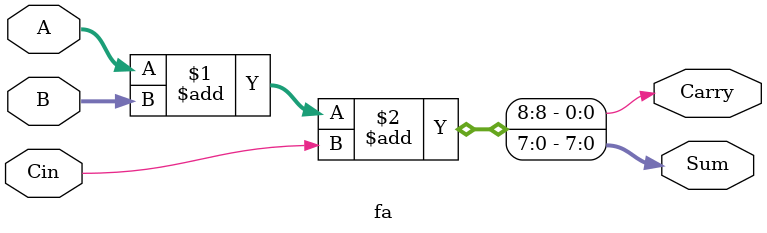
<source format=v>
module fa(A,B,Cin,Sum,Carry);
  parameter m=8;
  
  input [m-1:0]A,B;
  input Cin;
  output [m-1:0]Sum;
  output Carry;

assign {Carry,Sum} = A+B+Cin;

endmodule
</source>
